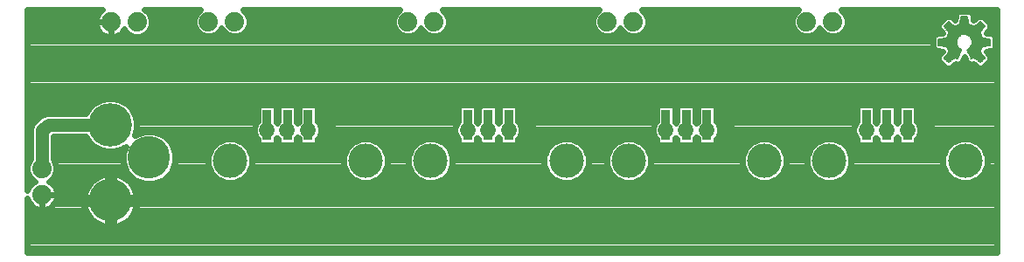
<source format=gbl>
G75*
G70*
%OFA0B0*%
%FSLAX24Y24*%
%IPPOS*%
%LPD*%
%AMOC8*
5,1,8,0,0,1.08239X$1,22.5*
%
%ADD10R,0.0350X0.1180*%
%ADD11C,0.1310*%
%ADD12C,0.1660*%
%ADD13C,0.1620*%
%ADD14C,0.0059*%
%ADD15C,0.0740*%
%ADD16C,0.0240*%
%ADD17C,0.0560*%
%ADD18C,0.0591*%
%ADD19C,0.0500*%
%ADD20C,0.0400*%
D10*
X010125Y005960D03*
X010905Y005960D03*
X011695Y005960D03*
X017775Y005960D03*
X018555Y005960D03*
X019345Y005960D03*
X025325Y005960D03*
X026105Y005960D03*
X026895Y005960D03*
X032975Y005960D03*
X033755Y005960D03*
X034545Y005960D03*
D11*
X036735Y004600D03*
X031565Y004600D03*
X029085Y004600D03*
X023915Y004600D03*
X021535Y004600D03*
X016365Y004600D03*
X013885Y004600D03*
X008715Y004600D03*
D12*
X004150Y005964D03*
D13*
X005631Y004713D03*
X004160Y003081D03*
D14*
X035733Y009001D02*
X035733Y009241D01*
X036050Y009273D01*
X036084Y009380D01*
X036136Y009480D01*
X035934Y009727D01*
X036103Y009897D01*
X036351Y009695D01*
X036451Y009746D01*
X036557Y009781D01*
X036589Y010098D01*
X036829Y010098D01*
X036862Y009781D01*
X036968Y009746D01*
X037068Y009695D01*
X037315Y009897D01*
X037485Y009727D01*
X037283Y009480D01*
X037335Y009380D01*
X037369Y009273D01*
X037686Y009241D01*
X037686Y009001D01*
X037369Y008969D01*
X037335Y008862D01*
X037283Y008763D01*
X037485Y008515D01*
X037315Y008346D01*
X037068Y008547D01*
X036968Y008496D01*
X036827Y008837D01*
X036880Y008866D01*
X036927Y008904D01*
X036965Y008950D01*
X036994Y009004D01*
X037011Y009061D01*
X037017Y009121D01*
X037011Y009184D01*
X036991Y009244D01*
X036960Y009299D01*
X036919Y009347D01*
X036868Y009385D01*
X036811Y009412D01*
X036750Y009426D01*
X036686Y009428D01*
X036624Y009417D01*
X036566Y009393D01*
X036513Y009358D01*
X036469Y009313D01*
X036435Y009260D01*
X036412Y009201D01*
X036402Y009139D01*
X036405Y009075D01*
X036421Y009014D01*
X036449Y008958D01*
X036488Y008908D01*
X036536Y008867D01*
X036592Y008837D01*
X036450Y008496D01*
X036351Y008547D01*
X036103Y008346D01*
X035934Y008515D01*
X036136Y008763D01*
X036084Y008862D01*
X036050Y008969D01*
X035733Y009001D01*
X035733Y009030D02*
X036417Y009030D01*
X036405Y009088D02*
X035733Y009088D01*
X035733Y009146D02*
X036403Y009146D01*
X036413Y009203D02*
X035733Y009203D01*
X035924Y009261D02*
X036435Y009261D01*
X036474Y009318D02*
X036064Y009318D01*
X036083Y009376D02*
X036540Y009376D01*
X036880Y009376D02*
X037336Y009376D01*
X037354Y009318D02*
X036944Y009318D01*
X036982Y009261D02*
X037495Y009261D01*
X037686Y009203D02*
X037005Y009203D01*
X037015Y009146D02*
X037686Y009146D01*
X037686Y009088D02*
X037014Y009088D01*
X037002Y009030D02*
X037686Y009030D01*
X037406Y008973D02*
X036977Y008973D01*
X036936Y008915D02*
X037352Y008915D01*
X037332Y008858D02*
X036866Y008858D01*
X036842Y008800D02*
X037303Y008800D01*
X037300Y008743D02*
X036866Y008743D01*
X036890Y008685D02*
X037347Y008685D01*
X037394Y008628D02*
X036914Y008628D01*
X036938Y008570D02*
X037440Y008570D01*
X037482Y008512D02*
X037111Y008512D01*
X037182Y008455D02*
X037425Y008455D01*
X037367Y008397D02*
X037252Y008397D01*
X037000Y008512D02*
X036962Y008512D01*
X036481Y008570D02*
X035978Y008570D01*
X035937Y008512D02*
X036308Y008512D01*
X036237Y008455D02*
X035994Y008455D01*
X036052Y008397D02*
X036167Y008397D01*
X036419Y008512D02*
X036457Y008512D01*
X036505Y008628D02*
X036025Y008628D01*
X036072Y008685D02*
X036529Y008685D01*
X036553Y008743D02*
X036119Y008743D01*
X036116Y008800D02*
X036576Y008800D01*
X036554Y008858D02*
X036087Y008858D01*
X036067Y008915D02*
X036482Y008915D01*
X036441Y008973D02*
X036013Y008973D01*
X036112Y009433D02*
X037307Y009433D01*
X037292Y009491D02*
X036127Y009491D01*
X036080Y009548D02*
X037339Y009548D01*
X037386Y009606D02*
X036033Y009606D01*
X035986Y009664D02*
X037433Y009664D01*
X037480Y009721D02*
X037100Y009721D01*
X037018Y009721D02*
X036401Y009721D01*
X036319Y009721D02*
X035939Y009721D01*
X035985Y009779D02*
X036248Y009779D01*
X036178Y009836D02*
X036043Y009836D01*
X036100Y009894D02*
X036107Y009894D01*
X036551Y009779D02*
X036868Y009779D01*
X036856Y009836D02*
X036563Y009836D01*
X036569Y009894D02*
X036850Y009894D01*
X036844Y009951D02*
X036575Y009951D01*
X036580Y010009D02*
X036838Y010009D01*
X036833Y010066D02*
X036586Y010066D01*
X037241Y009836D02*
X037376Y009836D01*
X037434Y009779D02*
X037170Y009779D01*
X037312Y009894D02*
X037319Y009894D01*
D15*
X031700Y009900D03*
X030700Y009900D03*
X024100Y009900D03*
X023100Y009900D03*
X016500Y009900D03*
X015500Y009900D03*
X008900Y009900D03*
X007900Y009900D03*
X005170Y009880D03*
X004170Y009880D03*
X001550Y004300D03*
X001550Y003300D03*
D16*
X001000Y003148D02*
X001000Y001087D01*
X037938Y001087D01*
X037938Y010363D01*
X032015Y010363D01*
X032166Y010212D01*
X032250Y010009D01*
X032250Y009791D01*
X032166Y009588D01*
X032012Y009434D01*
X031809Y009350D01*
X031591Y009350D01*
X031388Y009434D01*
X031234Y009588D01*
X031200Y009670D01*
X031166Y009588D01*
X031012Y009434D01*
X030809Y009350D01*
X030591Y009350D01*
X030388Y009434D01*
X030234Y009588D01*
X030150Y009791D01*
X030150Y010009D01*
X030234Y010212D01*
X030385Y010363D01*
X024415Y010363D01*
X024566Y010212D01*
X024650Y010009D01*
X024650Y009791D01*
X024566Y009588D01*
X024412Y009434D01*
X024209Y009350D01*
X023991Y009350D01*
X023788Y009434D01*
X023634Y009588D01*
X023600Y009670D01*
X023566Y009588D01*
X023412Y009434D01*
X023209Y009350D01*
X022991Y009350D01*
X022788Y009434D01*
X022634Y009588D01*
X022550Y009791D01*
X022550Y010009D01*
X022634Y010212D01*
X022785Y010363D01*
X016815Y010363D01*
X016966Y010212D01*
X017050Y010009D01*
X017050Y009791D01*
X016966Y009588D01*
X016812Y009434D01*
X016609Y009350D01*
X016391Y009350D01*
X016188Y009434D01*
X016034Y009588D01*
X016000Y009670D01*
X015966Y009588D01*
X015812Y009434D01*
X015609Y009350D01*
X015391Y009350D01*
X015188Y009434D01*
X015034Y009588D01*
X014950Y009791D01*
X014950Y010009D01*
X015034Y010212D01*
X015185Y010363D01*
X009215Y010363D01*
X009366Y010212D01*
X009450Y010009D01*
X009450Y009791D01*
X009366Y009588D01*
X009212Y009434D01*
X009009Y009350D01*
X008791Y009350D01*
X008588Y009434D01*
X008434Y009588D01*
X008400Y009670D01*
X008366Y009588D01*
X008212Y009434D01*
X008009Y009350D01*
X007791Y009350D01*
X007588Y009434D01*
X007434Y009588D01*
X007350Y009791D01*
X007350Y010009D01*
X007434Y010212D01*
X007585Y010363D01*
X005442Y010363D01*
X005482Y010346D01*
X005636Y010192D01*
X005720Y009989D01*
X005720Y009771D01*
X005636Y009568D01*
X005482Y009414D01*
X005279Y009330D01*
X005061Y009330D01*
X004858Y009414D01*
X004704Y009568D01*
X004680Y009626D01*
X004658Y009581D01*
X004605Y009509D01*
X004541Y009445D01*
X004469Y009392D01*
X004389Y009352D01*
X004303Y009324D01*
X004215Y009310D01*
X004170Y009310D01*
X004170Y009880D01*
X004170Y009880D01*
X003600Y009880D01*
X003600Y009925D01*
X003614Y010013D01*
X003642Y010099D01*
X003682Y010179D01*
X003735Y010251D01*
X003799Y010315D01*
X003864Y010363D01*
X001000Y010363D01*
X001000Y003452D01*
X001022Y003519D01*
X001062Y003599D01*
X001115Y003671D01*
X001179Y003735D01*
X001251Y003788D01*
X001296Y003810D01*
X001238Y003834D01*
X001084Y003988D01*
X001000Y004191D01*
X001000Y004409D01*
X001084Y004612D01*
X001120Y004648D01*
X001120Y005836D01*
X001185Y005994D01*
X001306Y006115D01*
X001306Y006115D01*
X001491Y006299D01*
X001562Y006328D01*
X001562Y006328D01*
X001720Y006394D01*
X003232Y006394D01*
X003342Y006584D01*
X003530Y006772D01*
X003760Y006905D01*
X004017Y006974D01*
X004283Y006974D01*
X004540Y006905D01*
X004770Y006772D01*
X004958Y006584D01*
X005091Y006354D01*
X005160Y006097D01*
X005160Y005831D01*
X005091Y005574D01*
X005081Y005556D01*
X005434Y005703D01*
X005828Y005703D01*
X006192Y005552D01*
X006470Y005273D01*
X006621Y004910D01*
X006621Y004516D01*
X006470Y004152D01*
X006192Y003873D01*
X005828Y003723D01*
X005434Y003723D01*
X005070Y003873D01*
X004792Y004152D01*
X004641Y004516D01*
X004641Y004910D01*
X004734Y005135D01*
X004540Y005023D01*
X004283Y004954D01*
X004017Y004954D01*
X003760Y005023D01*
X003530Y005156D01*
X003342Y005344D01*
X003232Y005534D01*
X001980Y005534D01*
X001980Y004648D01*
X002016Y004612D01*
X002100Y004409D01*
X002100Y004191D01*
X002016Y003988D01*
X001862Y003834D01*
X001804Y003810D01*
X001849Y003788D01*
X001921Y003735D01*
X001985Y003671D01*
X002038Y003599D01*
X002078Y003519D01*
X002106Y003433D01*
X002120Y003345D01*
X002120Y003300D01*
X001550Y003300D01*
X001550Y003300D01*
X002120Y003300D01*
X002120Y003255D01*
X002106Y003167D01*
X002078Y003081D01*
X002038Y003001D01*
X001985Y002929D01*
X001921Y002865D01*
X001849Y002812D01*
X001769Y002772D01*
X001683Y002744D01*
X001595Y002730D01*
X001550Y002730D01*
X001550Y003300D01*
X001550Y003300D01*
X001550Y002730D01*
X001505Y002730D01*
X001417Y002744D01*
X001331Y002772D01*
X001251Y002812D01*
X001179Y002865D01*
X001115Y002929D01*
X001062Y003001D01*
X001022Y003081D01*
X001000Y003148D01*
X001000Y002947D02*
X001102Y002947D01*
X001000Y002708D02*
X003221Y002708D01*
X003225Y002694D02*
X003188Y002801D01*
X003163Y002912D01*
X003157Y002961D01*
X004040Y002961D01*
X004280Y002961D01*
X004280Y002079D01*
X004329Y002084D01*
X004440Y002109D01*
X004547Y002147D01*
X004649Y002196D01*
X004745Y002256D01*
X004834Y002327D01*
X004914Y002407D01*
X004985Y002496D01*
X005045Y002592D01*
X005095Y002694D01*
X005132Y002801D01*
X005157Y002912D01*
X005163Y002961D01*
X004280Y002961D01*
X004280Y003201D01*
X005163Y003201D01*
X005157Y003251D01*
X005132Y003362D01*
X005095Y003469D01*
X005045Y003571D01*
X004985Y003667D01*
X004914Y003756D01*
X004834Y003836D01*
X004745Y003907D01*
X004649Y003967D01*
X004547Y004016D01*
X004440Y004054D01*
X004329Y004079D01*
X004280Y004084D01*
X004280Y003202D01*
X004040Y003202D01*
X004040Y004084D01*
X003991Y004079D01*
X003880Y004054D01*
X003773Y004016D01*
X003671Y003967D01*
X003575Y003907D01*
X003486Y003836D01*
X003406Y003756D01*
X003335Y003667D01*
X003275Y003571D01*
X003225Y003469D01*
X003188Y003362D01*
X003163Y003251D01*
X003157Y003201D01*
X004040Y003201D01*
X004040Y002961D01*
X004040Y002079D01*
X003991Y002084D01*
X003880Y002109D01*
X003773Y002147D01*
X003671Y002196D01*
X003575Y002256D01*
X003486Y002327D01*
X003406Y002407D01*
X003335Y002496D01*
X003275Y002592D01*
X003225Y002694D01*
X003356Y002470D02*
X001000Y002470D01*
X001000Y002231D02*
X003615Y002231D01*
X004040Y002231D02*
X004280Y002231D01*
X004705Y002231D02*
X037938Y002231D01*
X037938Y001993D02*
X001000Y001993D01*
X001000Y001754D02*
X037938Y001754D01*
X037938Y001516D02*
X001000Y001516D01*
X001000Y001277D02*
X037938Y001277D01*
X037938Y002470D02*
X004964Y002470D01*
X004280Y002470D02*
X004040Y002470D01*
X004040Y002708D02*
X004280Y002708D01*
X004280Y002947D02*
X004040Y002947D01*
X004040Y003185D02*
X002109Y003185D01*
X001550Y003185D02*
X001550Y003185D01*
X001550Y002947D02*
X001550Y002947D01*
X001998Y002947D02*
X003159Y002947D01*
X004280Y003185D02*
X037938Y003185D01*
X037938Y002947D02*
X005161Y002947D01*
X005099Y002708D02*
X037938Y002708D01*
X037938Y003424D02*
X005110Y003424D01*
X004988Y003662D02*
X037938Y003662D01*
X037208Y003892D02*
X036901Y003765D01*
X036569Y003765D01*
X036262Y003892D01*
X036027Y004127D01*
X035900Y004434D01*
X035900Y004766D01*
X036027Y005073D01*
X036262Y005308D01*
X036569Y005435D01*
X036901Y005435D01*
X037208Y005308D01*
X037443Y005073D01*
X037570Y004766D01*
X037570Y004434D01*
X037443Y004127D01*
X037208Y003892D01*
X037216Y003901D02*
X037938Y003901D01*
X037938Y004139D02*
X037448Y004139D01*
X037547Y004378D02*
X037938Y004378D01*
X037938Y004616D02*
X037570Y004616D01*
X037533Y004855D02*
X037938Y004855D01*
X037938Y005093D02*
X037423Y005093D01*
X037151Y005332D02*
X037938Y005332D01*
X037938Y005570D02*
X034986Y005570D01*
X034953Y005491D02*
X035025Y005665D01*
X035025Y005855D01*
X034953Y006029D01*
X034900Y006082D01*
X034900Y006625D01*
X034795Y006730D01*
X034295Y006730D01*
X034190Y006625D01*
X034190Y006072D01*
X034150Y006032D01*
X034110Y006072D01*
X034110Y006625D01*
X034005Y006730D01*
X033505Y006730D01*
X033400Y006625D01*
X033400Y006082D01*
X033360Y006042D01*
X033330Y006072D01*
X033330Y006625D01*
X033225Y006730D01*
X032725Y006730D01*
X032620Y006625D01*
X032620Y006082D01*
X032567Y006029D01*
X032495Y005855D01*
X032495Y005665D01*
X032567Y005491D01*
X032620Y005438D01*
X032620Y005295D01*
X032725Y005190D01*
X033225Y005190D01*
X033330Y005295D01*
X033330Y005448D01*
X033360Y005478D01*
X033400Y005438D01*
X033400Y005295D01*
X033505Y005190D01*
X034005Y005190D01*
X034110Y005295D01*
X034110Y005448D01*
X034150Y005488D01*
X034190Y005448D01*
X034190Y005295D01*
X034295Y005190D01*
X034795Y005190D01*
X034900Y005295D01*
X034900Y005438D01*
X034953Y005491D01*
X034900Y005332D02*
X036319Y005332D01*
X036047Y005093D02*
X032253Y005093D01*
X032273Y005073D02*
X032038Y005308D01*
X031731Y005435D01*
X031399Y005435D01*
X031092Y005308D01*
X030857Y005073D01*
X030730Y004766D01*
X030730Y004434D01*
X030857Y004127D01*
X031092Y003892D01*
X031399Y003765D01*
X031731Y003765D01*
X032038Y003892D01*
X032273Y004127D01*
X032400Y004434D01*
X032400Y004766D01*
X032273Y005073D01*
X032363Y004855D02*
X035937Y004855D01*
X035900Y004616D02*
X032400Y004616D01*
X032377Y004378D02*
X035923Y004378D01*
X036022Y004139D02*
X032278Y004139D01*
X032046Y003901D02*
X036254Y003901D01*
X034190Y005332D02*
X034110Y005332D01*
X033400Y005332D02*
X033330Y005332D01*
X032620Y005332D02*
X031981Y005332D01*
X032534Y005570D02*
X027336Y005570D01*
X027303Y005491D02*
X027375Y005665D01*
X027375Y005855D01*
X027303Y006029D01*
X027250Y006082D01*
X027250Y006625D01*
X027145Y006730D01*
X026645Y006730D01*
X026540Y006625D01*
X026540Y006072D01*
X026500Y006032D01*
X026460Y006072D01*
X026460Y006625D01*
X026355Y006730D01*
X025855Y006730D01*
X025750Y006625D01*
X025750Y006082D01*
X025710Y006042D01*
X025680Y006072D01*
X025680Y006625D01*
X025575Y006730D01*
X025075Y006730D01*
X024970Y006625D01*
X024970Y006082D01*
X024917Y006029D01*
X024845Y005855D01*
X024845Y005665D01*
X024917Y005491D01*
X024970Y005438D01*
X024970Y005295D01*
X025075Y005190D01*
X025575Y005190D01*
X025680Y005295D01*
X025680Y005448D01*
X025710Y005478D01*
X025750Y005438D01*
X025750Y005295D01*
X025855Y005190D01*
X026355Y005190D01*
X026460Y005295D01*
X026460Y005448D01*
X026500Y005488D01*
X026540Y005448D01*
X026540Y005295D01*
X026645Y005190D01*
X027145Y005190D01*
X027250Y005295D01*
X027250Y005438D01*
X027303Y005491D01*
X027250Y005332D02*
X028669Y005332D01*
X028612Y005308D02*
X028377Y005073D01*
X028250Y004766D01*
X028250Y004434D01*
X028377Y004127D01*
X028612Y003892D01*
X028919Y003765D01*
X029251Y003765D01*
X029558Y003892D01*
X029793Y004127D01*
X029920Y004434D01*
X029920Y004766D01*
X029793Y005073D01*
X029558Y005308D01*
X029251Y005435D01*
X028919Y005435D01*
X028612Y005308D01*
X028397Y005093D02*
X024603Y005093D01*
X024623Y005073D02*
X024388Y005308D01*
X024081Y005435D01*
X023749Y005435D01*
X023442Y005308D01*
X023207Y005073D01*
X023080Y004766D01*
X023080Y004434D01*
X023207Y004127D01*
X023442Y003892D01*
X023749Y003765D01*
X024081Y003765D01*
X024388Y003892D01*
X024623Y004127D01*
X024750Y004434D01*
X024750Y004766D01*
X024623Y005073D01*
X024713Y004855D02*
X028287Y004855D01*
X028250Y004616D02*
X024750Y004616D01*
X024727Y004378D02*
X028273Y004378D01*
X028372Y004139D02*
X024628Y004139D01*
X024396Y003901D02*
X028604Y003901D01*
X029566Y003901D02*
X031084Y003901D01*
X030852Y004139D02*
X029798Y004139D01*
X029897Y004378D02*
X030753Y004378D01*
X030730Y004616D02*
X029920Y004616D01*
X029883Y004855D02*
X030767Y004855D01*
X030877Y005093D02*
X029773Y005093D01*
X029501Y005332D02*
X031149Y005332D01*
X032495Y005809D02*
X027375Y005809D01*
X027285Y006047D02*
X032585Y006047D01*
X032620Y006286D02*
X027250Y006286D01*
X027250Y006524D02*
X032620Y006524D01*
X033330Y006524D02*
X033400Y006524D01*
X034110Y006524D02*
X034190Y006524D01*
X034190Y006286D02*
X034110Y006286D01*
X033400Y006286D02*
X033330Y006286D01*
X033355Y006047D02*
X033365Y006047D01*
X034135Y006047D02*
X034165Y006047D01*
X034935Y006047D02*
X037938Y006047D01*
X037938Y006286D02*
X034900Y006286D01*
X034900Y006524D02*
X037938Y006524D01*
X037938Y006763D02*
X004779Y006763D01*
X004993Y006524D02*
X009770Y006524D01*
X009770Y006625D02*
X009770Y006082D01*
X009717Y006029D01*
X009645Y005855D01*
X009645Y005665D01*
X009717Y005491D01*
X009770Y005438D01*
X009770Y005295D01*
X009875Y005190D01*
X010375Y005190D01*
X010480Y005295D01*
X010480Y005448D01*
X010510Y005478D01*
X010550Y005438D01*
X010550Y005295D01*
X010655Y005190D01*
X011155Y005190D01*
X011260Y005295D01*
X011260Y005448D01*
X011300Y005488D01*
X011340Y005448D01*
X011340Y005295D01*
X011445Y005190D01*
X011945Y005190D01*
X012050Y005295D01*
X012050Y005438D01*
X012103Y005491D01*
X012175Y005665D01*
X012175Y005855D01*
X012103Y006029D01*
X012050Y006082D01*
X012050Y006625D01*
X011945Y006730D01*
X011445Y006730D01*
X011340Y006625D01*
X011340Y006072D01*
X011300Y006032D01*
X011260Y006072D01*
X011260Y006625D01*
X011155Y006730D01*
X010655Y006730D01*
X010550Y006625D01*
X010550Y006082D01*
X010510Y006042D01*
X010480Y006072D01*
X010480Y006625D01*
X010375Y006730D01*
X009875Y006730D01*
X009770Y006625D01*
X010480Y006524D02*
X010550Y006524D01*
X010550Y006286D02*
X010480Y006286D01*
X010505Y006047D02*
X010515Y006047D01*
X011285Y006047D02*
X011315Y006047D01*
X011340Y006286D02*
X011260Y006286D01*
X011260Y006524D02*
X011340Y006524D01*
X012050Y006524D02*
X017420Y006524D01*
X017420Y006625D02*
X017420Y006082D01*
X017367Y006029D01*
X017295Y005855D01*
X017295Y005665D01*
X017367Y005491D01*
X017420Y005438D01*
X017420Y005295D01*
X017525Y005190D01*
X018025Y005190D01*
X018130Y005295D01*
X018130Y005448D01*
X018160Y005478D01*
X018200Y005438D01*
X018200Y005295D01*
X018305Y005190D01*
X018805Y005190D01*
X018910Y005295D01*
X018910Y005448D01*
X018950Y005488D01*
X018990Y005448D01*
X018990Y005295D01*
X019095Y005190D01*
X019595Y005190D01*
X019700Y005295D01*
X019700Y005438D01*
X019753Y005491D01*
X019825Y005665D01*
X019825Y005855D01*
X019753Y006029D01*
X019700Y006082D01*
X019700Y006625D01*
X019595Y006730D01*
X019095Y006730D01*
X018990Y006625D01*
X018990Y006072D01*
X018950Y006032D01*
X018910Y006072D01*
X018910Y006625D01*
X018805Y006730D01*
X018305Y006730D01*
X018200Y006625D01*
X018200Y006082D01*
X018160Y006042D01*
X018130Y006072D01*
X018130Y006625D01*
X018025Y006730D01*
X017525Y006730D01*
X017420Y006625D01*
X018130Y006524D02*
X018200Y006524D01*
X018200Y006286D02*
X018130Y006286D01*
X018155Y006047D02*
X018165Y006047D01*
X018935Y006047D02*
X018965Y006047D01*
X018990Y006286D02*
X018910Y006286D01*
X018910Y006524D02*
X018990Y006524D01*
X019700Y006524D02*
X024970Y006524D01*
X025680Y006524D02*
X025750Y006524D01*
X025750Y006286D02*
X025680Y006286D01*
X024970Y006286D02*
X019700Y006286D01*
X019735Y006047D02*
X024935Y006047D01*
X025705Y006047D02*
X025715Y006047D01*
X026485Y006047D02*
X026515Y006047D01*
X026540Y006286D02*
X026460Y006286D01*
X026460Y006524D02*
X026540Y006524D01*
X024845Y005809D02*
X019825Y005809D01*
X019786Y005570D02*
X024884Y005570D01*
X024970Y005332D02*
X024331Y005332D01*
X023499Y005332D02*
X021951Y005332D01*
X022008Y005308D02*
X021701Y005435D01*
X021369Y005435D01*
X021062Y005308D01*
X020827Y005073D01*
X020700Y004766D01*
X020700Y004434D01*
X020827Y004127D01*
X021062Y003892D01*
X021369Y003765D01*
X021701Y003765D01*
X022008Y003892D01*
X022243Y004127D01*
X022370Y004434D01*
X022370Y004766D01*
X022243Y005073D01*
X022008Y005308D01*
X022223Y005093D02*
X023227Y005093D01*
X023117Y004855D02*
X022333Y004855D01*
X022370Y004616D02*
X023080Y004616D01*
X023103Y004378D02*
X022347Y004378D01*
X022248Y004139D02*
X023202Y004139D01*
X023434Y003901D02*
X022016Y003901D01*
X021054Y003901D02*
X016846Y003901D01*
X016838Y003892D02*
X017073Y004127D01*
X017200Y004434D01*
X017200Y004766D01*
X017073Y005073D01*
X016838Y005308D01*
X016531Y005435D01*
X016199Y005435D01*
X015892Y005308D01*
X015657Y005073D01*
X015530Y004766D01*
X015530Y004434D01*
X015657Y004127D01*
X015892Y003892D01*
X016199Y003765D01*
X016531Y003765D01*
X016838Y003892D01*
X017078Y004139D02*
X020822Y004139D01*
X020723Y004378D02*
X017177Y004378D01*
X017200Y004616D02*
X020700Y004616D01*
X020737Y004855D02*
X017163Y004855D01*
X017053Y005093D02*
X020847Y005093D01*
X021119Y005332D02*
X019700Y005332D01*
X018990Y005332D02*
X018910Y005332D01*
X018200Y005332D02*
X018130Y005332D01*
X017420Y005332D02*
X016781Y005332D01*
X017334Y005570D02*
X012136Y005570D01*
X012175Y005809D02*
X017295Y005809D01*
X017385Y006047D02*
X012085Y006047D01*
X012050Y006286D02*
X017420Y006286D01*
X015949Y005332D02*
X014301Y005332D01*
X014358Y005308D02*
X014051Y005435D01*
X013719Y005435D01*
X013412Y005308D01*
X013177Y005073D01*
X013050Y004766D01*
X013050Y004434D01*
X013177Y004127D01*
X013412Y003892D01*
X013719Y003765D01*
X014051Y003765D01*
X014358Y003892D01*
X014593Y004127D01*
X014720Y004434D01*
X014720Y004766D01*
X014593Y005073D01*
X014358Y005308D01*
X014573Y005093D02*
X015677Y005093D01*
X015567Y004855D02*
X014683Y004855D01*
X014720Y004616D02*
X015530Y004616D01*
X015553Y004378D02*
X014697Y004378D01*
X014598Y004139D02*
X015652Y004139D01*
X015884Y003901D02*
X014366Y003901D01*
X013404Y003901D02*
X009196Y003901D01*
X009188Y003892D02*
X009423Y004127D01*
X009550Y004434D01*
X009550Y004766D01*
X009423Y005073D01*
X009188Y005308D01*
X008881Y005435D01*
X008549Y005435D01*
X008242Y005308D01*
X008007Y005073D01*
X007880Y004766D01*
X007880Y004434D01*
X008007Y004127D01*
X008242Y003892D01*
X008549Y003765D01*
X008881Y003765D01*
X009188Y003892D01*
X009428Y004139D02*
X013172Y004139D01*
X013073Y004378D02*
X009527Y004378D01*
X009550Y004616D02*
X013050Y004616D01*
X013087Y004855D02*
X009513Y004855D01*
X009403Y005093D02*
X013197Y005093D01*
X013469Y005332D02*
X012050Y005332D01*
X011340Y005332D02*
X011260Y005332D01*
X010550Y005332D02*
X010480Y005332D01*
X009770Y005332D02*
X009131Y005332D01*
X009684Y005570D02*
X006148Y005570D01*
X006412Y005332D02*
X008299Y005332D01*
X008027Y005093D02*
X006545Y005093D01*
X006621Y004855D02*
X007917Y004855D01*
X007880Y004616D02*
X006621Y004616D01*
X006564Y004378D02*
X007903Y004378D01*
X008002Y004139D02*
X006457Y004139D01*
X006219Y003901D02*
X008234Y003901D01*
X005043Y003901D02*
X004753Y003901D01*
X004280Y003901D02*
X004040Y003901D01*
X003567Y003901D02*
X001928Y003901D01*
X002079Y004139D02*
X004804Y004139D01*
X004698Y004378D02*
X002100Y004378D01*
X002012Y004616D02*
X004641Y004616D01*
X004641Y004855D02*
X001980Y004855D01*
X001980Y005093D02*
X003638Y005093D01*
X003354Y005332D02*
X001980Y005332D01*
X001120Y005332D02*
X001000Y005332D01*
X001000Y005570D02*
X001120Y005570D01*
X001120Y005809D02*
X001000Y005809D01*
X001000Y006047D02*
X001239Y006047D01*
X001000Y006286D02*
X001477Y006286D01*
X001000Y006524D02*
X003307Y006524D01*
X003521Y006763D02*
X001000Y006763D01*
X001000Y007001D02*
X037938Y007001D01*
X037938Y007240D02*
X001000Y007240D01*
X001000Y007478D02*
X037938Y007478D01*
X037938Y007717D02*
X001000Y007717D01*
X001000Y007955D02*
X037938Y007955D01*
X037471Y008205D02*
X037423Y008146D01*
X037411Y008145D01*
X037402Y008136D01*
X037326Y008136D01*
X037250Y008128D01*
X037241Y008136D01*
X037229Y008136D01*
X037175Y008190D01*
X037042Y008298D01*
X036987Y008270D01*
X036978Y008273D01*
X036968Y008269D01*
X036896Y008299D01*
X036822Y008323D01*
X036817Y008332D01*
X036808Y008336D01*
X036778Y008408D01*
X036742Y008477D01*
X036745Y008487D01*
X036709Y008574D01*
X036673Y008487D01*
X036676Y008477D01*
X036641Y008408D01*
X036611Y008336D01*
X036602Y008332D01*
X036597Y008323D01*
X036523Y008299D01*
X036450Y008269D01*
X036441Y008273D01*
X036432Y008270D01*
X036377Y008298D01*
X036244Y008190D01*
X036190Y008136D01*
X036178Y008136D01*
X036169Y008128D01*
X036093Y008136D01*
X036017Y008136D01*
X036008Y008145D01*
X035996Y008146D01*
X035948Y008205D01*
X035793Y008360D01*
X035734Y008408D01*
X035733Y008420D01*
X035724Y008428D01*
X035724Y008505D01*
X035717Y008580D01*
X035724Y008590D01*
X035724Y008602D01*
X035778Y008656D01*
X035876Y008776D01*
X035722Y008792D01*
X035646Y008792D01*
X035637Y008800D01*
X035625Y008802D01*
X035577Y008861D01*
X035523Y008915D01*
X035523Y008927D01*
X035515Y008936D01*
X035523Y009012D01*
X035523Y009231D01*
X035515Y009306D01*
X035523Y009316D01*
X035523Y009328D01*
X035577Y009382D01*
X035625Y009441D01*
X035637Y009442D01*
X035646Y009451D01*
X035722Y009451D01*
X035876Y009466D01*
X035778Y009587D01*
X035724Y009640D01*
X035724Y009653D01*
X035717Y009662D01*
X035724Y009738D01*
X035724Y009814D01*
X035733Y009823D01*
X035734Y009835D01*
X035793Y009883D01*
X035948Y010037D01*
X035996Y010097D01*
X036008Y010098D01*
X036017Y010106D01*
X036093Y010106D01*
X036169Y010114D01*
X036178Y010106D01*
X036190Y010106D01*
X036244Y010053D01*
X036364Y009955D01*
X036380Y010109D01*
X036380Y010185D01*
X036389Y010194D01*
X036390Y010206D01*
X036449Y010254D01*
X036503Y010308D01*
X036515Y010308D01*
X036524Y010315D01*
X036600Y010308D01*
X036819Y010308D01*
X036895Y010315D01*
X036904Y010308D01*
X036916Y010308D01*
X036970Y010254D01*
X037029Y010206D01*
X037030Y010194D01*
X037039Y010185D01*
X037039Y010109D01*
X037055Y009955D01*
X037175Y010053D01*
X037229Y010106D01*
X037241Y010106D01*
X037250Y010114D01*
X037326Y010106D01*
X037402Y010106D01*
X037411Y010098D01*
X037423Y010097D01*
X037471Y010037D01*
X037626Y009883D01*
X037685Y009835D01*
X037686Y009823D01*
X037695Y009814D01*
X037695Y009738D01*
X037702Y009662D01*
X037695Y009653D01*
X037695Y009640D01*
X037641Y009587D01*
X037543Y009466D01*
X037697Y009451D01*
X037773Y009451D01*
X037782Y009442D01*
X037794Y009441D01*
X037842Y009382D01*
X037896Y009328D01*
X037896Y009316D01*
X037904Y009306D01*
X037896Y009231D01*
X037896Y009012D01*
X037904Y008936D01*
X037896Y008927D01*
X037896Y008915D01*
X037842Y008861D01*
X037794Y008802D01*
X037782Y008800D01*
X037773Y008792D01*
X037697Y008792D01*
X037543Y008776D01*
X037641Y008656D01*
X037695Y008602D01*
X037695Y008590D01*
X037702Y008580D01*
X037695Y008505D01*
X037695Y008428D01*
X037686Y008420D01*
X037685Y008408D01*
X037626Y008360D01*
X037471Y008205D01*
X037462Y008194D02*
X037938Y008194D01*
X037938Y008432D02*
X037695Y008432D01*
X037629Y008671D02*
X037938Y008671D01*
X037938Y008909D02*
X037890Y008909D01*
X037896Y009148D02*
X037938Y009148D01*
X037938Y009386D02*
X037839Y009386D01*
X037938Y009625D02*
X037679Y009625D01*
X037650Y009863D02*
X037938Y009863D01*
X037938Y010102D02*
X037407Y010102D01*
X037224Y010102D02*
X037040Y010102D01*
X036379Y010102D02*
X036195Y010102D01*
X036012Y010102D02*
X032212Y010102D01*
X032250Y009863D02*
X035769Y009863D01*
X035740Y009625D02*
X032181Y009625D01*
X031896Y009386D02*
X035580Y009386D01*
X035523Y009148D02*
X001000Y009148D01*
X001000Y008909D02*
X035528Y008909D01*
X035790Y008671D02*
X001000Y008671D01*
X001000Y008432D02*
X035724Y008432D01*
X035957Y008194D02*
X001000Y008194D01*
X003871Y009392D02*
X003951Y009352D01*
X004037Y009324D01*
X004125Y009310D01*
X004170Y009310D01*
X004170Y009880D01*
X004170Y009880D01*
X003600Y009880D01*
X003600Y009835D01*
X003614Y009747D01*
X003642Y009661D01*
X003682Y009581D01*
X003735Y009509D01*
X003799Y009445D01*
X003871Y009392D01*
X003884Y009386D02*
X001000Y009386D01*
X001000Y009625D02*
X003660Y009625D01*
X004170Y009625D02*
X004170Y009625D01*
X004170Y009863D02*
X004170Y009863D01*
X003600Y009863D02*
X001000Y009863D01*
X001000Y010102D02*
X003643Y010102D01*
X003833Y010340D02*
X001000Y010340D01*
X004170Y009386D02*
X004170Y009386D01*
X004456Y009386D02*
X004925Y009386D01*
X004681Y009625D02*
X004680Y009625D01*
X005415Y009386D02*
X007704Y009386D01*
X008096Y009386D02*
X008704Y009386D01*
X009096Y009386D02*
X015304Y009386D01*
X015696Y009386D02*
X016304Y009386D01*
X016696Y009386D02*
X022904Y009386D01*
X023296Y009386D02*
X023904Y009386D01*
X024296Y009386D02*
X030504Y009386D01*
X030896Y009386D02*
X031504Y009386D01*
X031219Y009625D02*
X031181Y009625D01*
X030219Y009625D02*
X024581Y009625D01*
X024650Y009863D02*
X030150Y009863D01*
X030188Y010102D02*
X024612Y010102D01*
X024438Y010340D02*
X030362Y010340D01*
X032038Y010340D02*
X037938Y010340D01*
X036766Y008432D02*
X036653Y008432D01*
X036248Y008194D02*
X037170Y008194D01*
X037938Y005809D02*
X035025Y005809D01*
X026540Y005332D02*
X026460Y005332D01*
X025750Y005332D02*
X025680Y005332D01*
X023619Y009625D02*
X023581Y009625D01*
X022619Y009625D02*
X016981Y009625D01*
X017050Y009863D02*
X022550Y009863D01*
X022588Y010102D02*
X017012Y010102D01*
X016838Y010340D02*
X022762Y010340D01*
X016019Y009625D02*
X015981Y009625D01*
X015019Y009625D02*
X009381Y009625D01*
X009450Y009863D02*
X014950Y009863D01*
X014988Y010102D02*
X009412Y010102D01*
X009238Y010340D02*
X015162Y010340D01*
X008419Y009625D02*
X008381Y009625D01*
X007419Y009625D02*
X005659Y009625D01*
X005720Y009863D02*
X007350Y009863D01*
X007388Y010102D02*
X005674Y010102D01*
X005488Y010340D02*
X007562Y010340D01*
X009770Y006286D02*
X005109Y006286D01*
X005160Y006047D02*
X009735Y006047D01*
X009645Y005809D02*
X005154Y005809D01*
X005114Y005570D02*
X005089Y005570D01*
X004717Y005093D02*
X004662Y005093D01*
X001120Y005093D02*
X001000Y005093D01*
X001000Y004855D02*
X001120Y004855D01*
X001088Y004616D02*
X001000Y004616D01*
X001000Y004139D02*
X001021Y004139D01*
X001000Y003901D02*
X001172Y003901D01*
X001108Y003662D02*
X001000Y003662D01*
X001992Y003662D02*
X003332Y003662D01*
X003210Y003424D02*
X002108Y003424D01*
X004040Y003424D02*
X004280Y003424D01*
X004280Y003662D02*
X004040Y003662D01*
D17*
X009500Y006600D03*
X013000Y007250D03*
X017150Y006600D03*
X020650Y007250D03*
X024700Y006600D03*
X028200Y007250D03*
X032300Y006600D03*
X035850Y007300D03*
D18*
X035330Y005760D03*
X034550Y005760D03*
X033750Y005760D03*
X032970Y005760D03*
X027680Y005760D03*
X026900Y005760D03*
X026100Y005760D03*
X025320Y005760D03*
X020130Y005760D03*
X019350Y005760D03*
X018550Y005760D03*
X017770Y005760D03*
X012480Y005760D03*
X011700Y005760D03*
X010900Y005760D03*
X010120Y005760D03*
D19*
X004150Y005964D02*
X001805Y005964D01*
X001734Y005934D02*
X001550Y005750D01*
X001550Y004300D01*
D20*
X001734Y005935D02*
X001749Y005947D01*
X001767Y005956D01*
X001785Y005962D01*
X001805Y005964D01*
M02*

</source>
